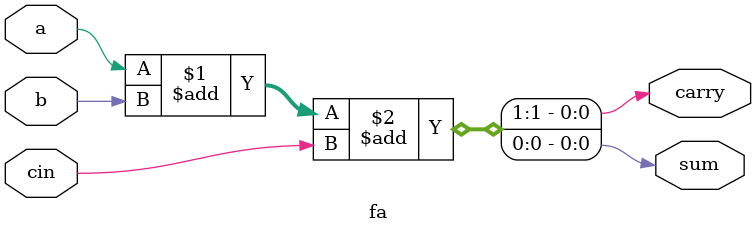
<source format=v>
module top_module( 
    input [2:0] a, b,
    input cin,
    output [2:0] cout,
    output [2:0] sum );
    
    wire c1,c2;
    fa DUT1(.a(a[0]),.b(b[0]),.cin(cin),.sum(sum[0]),.carry(cout[0]));
    fa DUT2(.a(a[1]),.b(b[1]),.cin(cout[0]),.sum(sum[1]),.carry(cout[1]));
    fa DUT3(.a(a[2]),.b(b[2]),.cin(cout[1]),.sum(sum[2]),.carry(cout[2]));
    
endmodule

module fa (input a,b,cin , output sum,carry);
    assign {carry,sum} = a+b+cin;
endmodule

</source>
